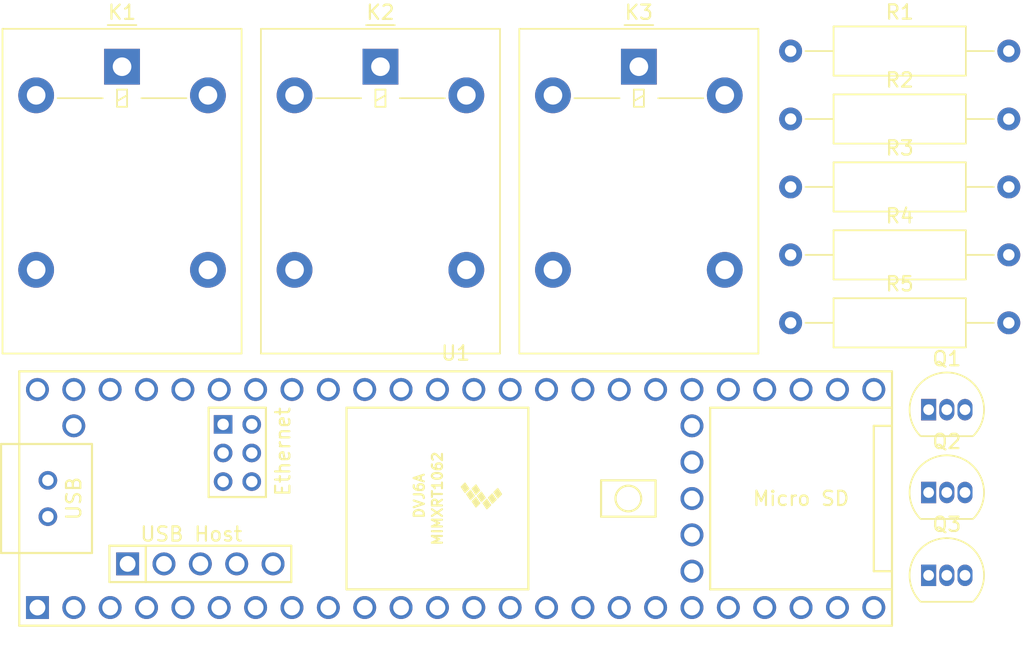
<source format=kicad_pcb>
(kicad_pcb (version 20240108) (generator "pcbnew") (generator_version "8.0")
  (layers (0 "F.Cu" signal) (31 "B.Cu" signal) (34 "B.Paste" user) (35 "F.Paste" user) (36 "B.SilkS" user "B.Silkscreen") (37 "F.SilkS" user "F.Silkscreen") (38 "B.Mask" user) (39 "F.Mask" user) (44 "Edge.Cuts" user))
  (net 0 "")
  (net 1 "GND")
  (net 2 "+5V")
  (net 3 "Net-(D1-A)")
  (net 4 "/Status_G")
  (net 6 "Net-(D2-A)")
  (net 7 "/Status_B")
  (net 9 "/Status_R")
  (net 10 "Net-(D3-A)")
  (net 12 "Net-(Q1-B)")
  (net 13 "Net-(Q2-B)")
  (net 14 "Net-(Q3-B)")
  (net 15 "Net-(U1-32_OUT1B)")
  (net 16 "Net-(U1-31_CTX3)")
  (net 17 "Net-(U1-30_CRX3)")
  (net 18 "/M1L")
  (net 19 "Net-(CB1-Pad2)")
  (net 20 "Net-(CB2-Pad2)")
  (net 22 "/RX1")
  (net 23 "/3.3V")
  (net 24 "Net-(J6-Pin_2)")
  (net 33 "/SDA2")
  (net 38 "/TX1")
  (net 47 "Net-(J6-Pin_3)")
  (net 48 "Net-(J6-Pin_4)")
  (net 55 "/D2")
  (net 56 "/D4")
  (net 65 "/SCL2")
  (net 73 "/D3")
  (net 75 "/D1")
  (footprint "teensy.pretty-master:Teensy41" (layer "F.Cu") (at 122.92 96.13)
    (property "Reference" "U1" (at 0 -10.16 0) (layer "F.SilkS"))
    (property "Value" "Teensy4.1")
    (fp_line (start -31.75 -3.81) (end -30.48 -3.81) (stroke (width 0.15)) (layer "F.SilkS"))
    (fp_line (start -31.75 3.81) (end -31.75 -3.81) (stroke (width 0.15)) (layer "F.SilkS"))
    (fp_line (start -30.48 -8.89) (end 30.48 -8.89) (stroke (width 0.15)) (layer "F.SilkS"))
    (fp_line (start -30.48 3.81) (end -31.75 3.81) (stroke (width 0.15)) (layer "F.SilkS"))
    (fp_line (start -30.48 8.89) (end -30.48 -8.89) (stroke (width 0.15)) (layer "F.SilkS"))
    (fp_line (start -25.4 -3.81) (end -30.48 -3.81) (stroke (width 0.15)) (layer "F.SilkS"))
    (fp_line (start -25.4 3.81) (end -30.48 3.81) (stroke (width 0.15)) (layer "F.SilkS"))
    (fp_line (start -25.4 3.81) (end -25.4 -3.81) (stroke (width 0.15)) (layer "F.SilkS"))
    (fp_line (start -24.1808 3.2992) (end -21.6408 3.2992) (stroke (width 0.15)) (layer "F.SilkS"))
    (fp_line (start -24.1808 3.2992) (end -11.4808 3.2992) (stroke (width 0.15)) (layer "F.SilkS"))
    (fp_line (start -24.1808 5.8392) (end -24.1808 3.2992) (stroke (width 0.15)) (layer "F.SilkS"))
    (fp_line (start -21.6408 3.2992) (end -21.6408 5.8392) (stroke (width 0.15)) (layer "F.SilkS"))
    (fp_line (start -17.25 -6.3516) (end -17.25 -6.1016) (stroke (width 0.15)) (layer "F.SilkS"))
    (fp_line (start -17.25 -6.1016) (end -17.25 -0.1016) (stroke (width 0.15)) (layer "F.SilkS"))
    (fp_line (start -17.25 -0.1016) (end -13.25 -0.1016) (stroke (width 0.15)) (layer "F.SilkS"))
    (fp_line (start -13.25 -6.3516) (end -17.25 -6.3516) (stroke (width 0.15)) (layer "F.SilkS"))
    (fp_line (start -13.25 -0.1016) (end -13.25 -6.3516) (stroke (width 0.15)) (layer "F.SilkS"))
    (fp_line (start -11.4808 3.2992) (end -11.4808 5.8392) (stroke (width 0.15)) (layer "F.SilkS"))
    (fp_line (start -11.4808 5.8392) (end -24.1808 5.8392) (stroke (width 0.15)) (layer "F.SilkS"))
    (fp_line (start -7.62 -6.35) (end -7.62 6.35) (stroke (width 0.15)) (layer "F.SilkS"))
    (fp_line (start -7.62 6.35) (end 5.08 6.35) (stroke (width 0.15)) (layer "F.SilkS"))
    (fp_line (start 5.08 -6.35) (end -7.62 -6.35) (stroke (width 0.15)) (layer "F.SilkS"))
    (fp_line (start 5.08 6.35) (end 5.08 -6.35) (stroke (width 0.15)) (layer "F.SilkS"))
    (fp_line (start 10.16 -1.27) (end 13.97 -1.27) (stroke (width 0.15)) (layer "F.SilkS"))
    (fp_line (start 10.16 1.27) (end 10.16 -1.27) (stroke (width 0.15)) (layer "F.SilkS"))
    (fp_line (start 13.97 -1.27) (end 13.97 1.27) (stroke (width 0.15)) (layer "F.SilkS"))
    (fp_line (start 13.97 1.27) (end 10.16 1.27) (stroke (width 0.15)) (layer "F.SilkS"))
    (fp_line (start 17.78 -6.35) (end 17.78 6.35) (stroke (width 0.15)) (layer "F.SilkS"))
    (fp_line (start 17.78 6.35) (end 30.48 6.35) (stroke (width 0.15)) (layer "F.SilkS"))
    (fp_line (start 29.21 -5.08) (end 29.21 5.08) (stroke (width 0.15)) (layer "F.SilkS"))
    (fp_line (start 29.21 5.08) (end 30.48 5.08) (stroke (width 0.15)) (layer "F.SilkS"))
    (fp_line (start 30.48 -8.89) (end 30.48 8.89) (stroke (width 0.15)) (layer "F.SilkS"))
    (fp_line (start 30.48 -6.35) (end 17.78 -6.35) (stroke (width 0.15)) (layer "F.SilkS"))
    (fp_line (start 30.48 -5.08) (end 29.21 -5.08) (stroke (width 0.15)) (layer "F.SilkS"))
    (fp_line (start 30.48 8.89) (end -30.48 8.89) (stroke (width 0.15)) (layer "F.SilkS"))
    (fp_circle (center 12.065 0) (end 12.7 -0.635) (stroke (width 0.15)) (fill none) (layer "F.SilkS"))
    (fp_poly (pts (xy 0.911 -0.688) (xy 0.657 -0.434) (xy 0.403 -0.815) (xy 0.657 -1.069)) (stroke (width 0.1)) (fill solid) (layer "F.SilkS"))
    (fp_poly (pts (xy 1.292 -0.18) (xy 1.038 0.074) (xy 0.784 -0.307) (xy 1.038 -0.561)) (stroke (width 0.1)) (fill solid) (layer "F.SilkS"))
    (fp_poly (pts (xy 1.673 -0.561) (xy 1.419 -0.307) (xy 1.165 -0.688) (xy 1.419 -0.942)) (stroke (width 0.1)) (fill solid) (layer "F.SilkS"))
    (fp_poly (pts (xy 1.673 0.328) (xy 1.419 0.582) (xy 1.165 0.201) (xy 1.419 -0.053)) (stroke (width 0.1)) (fill solid) (layer "F.SilkS"))
    (fp_poly (pts (xy 2.054 -0.053) (xy 1.8 0.201) (xy 1.546 -0.18) (xy 1.8 -0.434)) (stroke (width 0.1)) (fill solid) (layer "F.SilkS"))
    (fp_poly (pts (xy 2.435 0.455) (xy 2.181 0.709) (xy 1.927 0.328) (xy 2.181 0.074)) (stroke (width 0.1)) (fill solid) (layer "F.SilkS"))
    (fp_poly (pts (xy 2.816 0.074) (xy 2.562 0.328) (xy 2.308 -0.053) (xy 2.562 -0.307)) (stroke (width 0.1)) (fill solid) (layer "F.SilkS"))
    (fp_poly (pts (xy 3.197 -0.307) (xy 2.943 -0.053) (xy 2.689 -0.434) (xy 2.943 -0.688)) (stroke (width 0.1)) (fill solid) (layer "F.SilkS"))
    (fp_text user "MIMXRT1062" (at -1.27 0 -90) (layer "F.SilkS") (effects (font (size 0.7 0.7))))
    (fp_text user "USB" (at -26.67 0 -90) (layer "F.SilkS"))
    (fp_text user "USB Host" (at -18.4658 2.4892 0) (layer "F.SilkS"))
    (fp_text user "Ethernet" (at -12.065 -3.2766 90) (layer "F.SilkS"))
    (fp_text user "DVJ6A" (at -2.54 -0.18 -90) (layer "F.SilkS") (effects (font (size 0.7 0.7))))
    (fp_text user "Micro SD" (at 24.13 0 0) (layer "F.SilkS"))
    (pad "1" thru_hole rect (at -29.21 7.62) (size 1.6 1.6) (drill 1.1) (layers "*.Cu" "*.Mask") (net 1 "GND"))
    (pad "2" thru_hole circle (at -26.67 7.62) (size 1.6 1.6) (drill 1.1) (layers "*.Cu" "*.Mask") (net 22 "/RX1"))
    (pad "3" thru_hole circle (at -24.13 7.62) (size 1.6 1.6) (drill 1.1) (layers "*.Cu" "*.Mask") (net 38 "/TX1"))
    (pad "4" thru_hole circle (at -21.59 7.62) (size 1.6 1.6) (drill 1.1) (layers "*.Cu" "*.Mask"))
    (pad "5" thru_hole circle (at -19.05 7.62) (size 1.6 1.6) (drill 1.1) (layers "*.Cu" "*.Mask"))
    (pad "6" thru_hole circle (at -16.51 7.62) (size 1.6 1.6) (drill 1.1) (layers "*.Cu" "*.Mask"))
    (pad "7" thru_hole circle (at -13.97 7.62) (size 1.6 1.6) (drill 1.1) (layers "*.Cu" "*.Mask"))
    (pad "8" thru_hole circle (at -11.43 7.62) (size 1.6 1.6) (drill 1.1) (layers "*.Cu" "*.Mask"))
    (pad "9" thru_hole circle (at -8.89 7.62) (size 1.6 1.6) (drill 1.1) (layers "*.Cu" "*.Mask"))
    (pad "10" thru_hole circle (at -6.35 7.62) (size 1.6 1.6) (drill 1.1) (layers "*.Cu" "*.Mask"))
    (pad "11" thru_hole circle (at -3.81 7.62) (size 1.6 1.6) (drill 1.1) (layers "*.Cu" "*.Mask"))
    (pad "12" thru_hole circle (at -1.27 7.62) (size 1.6 1.6) (drill 1.1) (layers "*.Cu" "*.Mask"))
    (pad "13" thru_hole circle (at 1.27 7.62) (size 1.6 1.6) (drill 1.1) (layers "*.Cu" "*.Mask"))
    (pad "14" thru_hole circle (at 3.81 7.62) (size 1.6 1.6) (drill 1.1) (layers "*.Cu" "*.Mask"))
    (pad "15" thru_hole circle (at 6.35 7.62) (size 1.6 1.6) (drill 1.1) (layers "*.Cu" "*.Mask") (net 23 "/3.3V"))
    (pad "16" thru_hole circle (at 8.89 7.62) (size 1.6 1.6) (drill 1.1) (layers "*.Cu" "*.Mask") (net 65 "/SCL2"))
    (pad "17" thru_hole circle (at 11.43 7.62) (size 1.6 1.6) (drill 1.1) (layers "*.Cu" "*.Mask") (net 33 "/SDA2"))
    (pad "18" thru_hole circle (at 13.97 7.62) (size 1.6 1.6) (drill 1.1) (layers "*.Cu" "*.Mask"))
    (pad "19" thru_hole circle (at 16.51 7.62) (size 1.6 1.6) (drill 1.1) (layers "*.Cu" "*.Mask"))
    (pad "20" thru_hole circle (at 19.05 7.62) (size 1.6 1.6) (drill 1.1) (layers "*.Cu" "*.Mask"))
    (pad "21" thru_hole circle (at 21.59 7.62) (size 1.6 1.6) (drill 1.1) (layers "*.Cu" "*.Mask"))
    (pad "22" thru_hole circle (at 24.13 7.62) (size 1.6 1.6) (drill 1.1) (layers "*.Cu" "*.Mask") (net 17 "Net-(U1-30_CRX3)"))
    (pad "23" thru_hole circle (at 26.67 7.62) (size 1.6 1.6) (drill 1.1) (layers "*.Cu" "*.Mask") (net 16 "Net-(U1-31_CTX3)"))
    (pad "24" thru_hole circle (at 29.21 7.62) (size 1.6 1.6) (drill 1.1) (layers "*.Cu" "*.Mask") (net 15 "Net-(U1-32_OUT1B)"))
    (pad "25" thru_hole circle (at 29.21 -7.62) (size 1.6 1.6) (drill 1.1) (layers "*.Cu" "*.Mask"))
    (pad "26" thru_hole circle (at 26.67 -7.62) (size 1.6 1.6) (drill 1.1) (layers "*.Cu" "*.Mask"))
    (pad "27" thru_hole circle (at 24.13 -7.62) (size 1.6 1.6) (drill 1.1) (layers "*.Cu" "*.Mask"))
    (pad "28" thru_hole circle (at 21.59 -7.62) (size 1.6 1.6) (drill 1.1) (layers "*.Cu" "*.Mask"))
    (pad "29" thru_hole circle (at 19.05 -7.62) (size 1.6 1.6) (drill 1.1) (layers "*.Cu" "*.Mask"))
    (pad "30" thru_hole circle (at 16.51 -7.62) (size 1.6 1.6) (drill 1.1) (layers "*.Cu" "*.Mask") (net 56 "/D4"))
    (pad "31" thru_hole circle (at 13.97 -7.62) (size 1.6 1.6) (drill 1.1) (layers "*.Cu" "*.Mask") (net 73 "/D3"))
    (pad "32" thru_hole circle (at 11.43 -7.62) (size 1.6 1.6) (drill 1.1) (layers "*.Cu" "*.Mask") (net 55 "/D2"))
    (pad "33" thru_hole circle (at 8.89 -7.62) (size 1.6 1.6) (drill 1.1) (layers "*.Cu" "*.Mask") (net 75 "/D1"))
    (pad "34" thru_hole circle (at 6.35 -7.62) (size 1.6 1.6) (drill 1.1) (layers "*.Cu" "*.Mask"))
    (pad "35" thru_hole circle (at 3.81 -7.62) (size 1.6 1.6) (drill 1.1) (layers "*.Cu" "*.Mask"))
    (pad "36" thru_hole circle (at 1.27 -7.62) (size 1.6 1.6) (drill 1.1) (layers "*.Cu" "*.Mask"))
    (pad "37" thru_hole circle (at -1.27 -7.62) (size 1.6 1.6) (drill 1.1) (layers "*.Cu" "*.Mask"))
    (pad "38" thru_hole circle (at -3.81 -7.62) (size 1.6 1.6) (drill 1.1) (layers "*.Cu" "*.Mask"))
    (pad "39" thru_hole circle (at -6.35 -7.62) (size 1.6 1.6) (drill 1.1) (layers "*.Cu" "*.Mask"))
    (pad "40" thru_hole circle (at -8.89 -7.62) (size 1.6 1.6) (drill 1.1) (layers "*.Cu" "*.Mask"))
    (pad "41" thru_hole circle (at -11.43 -7.62) (size 1.6 1.6) (drill 1.1) (layers "*.Cu" "*.Mask"))
    (pad "42" thru_hole circle (at -13.97 -7.62) (size 1.6 1.6) (drill 1.1) (layers "*.Cu" "*.Mask"))
    (pad "43" thru_hole circle (at -16.51 -7.62) (size 1.6 1.6) (drill 1.1) (layers "*.Cu" "*.Mask"))
    (pad "44" thru_hole circle (at -19.05 -7.62) (size 1.6 1.6) (drill 1.1) (layers "*.Cu" "*.Mask") (net 48 "Net-(J6-Pin_4)"))
    (pad "45" thru_hole circle (at -21.59 -7.62) (size 1.6 1.6) (drill 1.1) (layers "*.Cu" "*.Mask") (net 47 "Net-(J6-Pin_3)"))
    (pad "46" thru_hole circle (at -24.13 -7.62) (size 1.6 1.6) (drill 1.1) (layers "*.Cu" "*.Mask") (net 24 "Net-(J6-Pin_2)"))
    (pad "47" thru_hole circle (at -26.67 -7.62) (size 1.6 1.6) (drill 1.1) (layers "*.Cu" "*.Mask") (net 1 "GND"))
    (pad "48" thru_hole circle (at -29.21 -7.62) (size 1.6 1.6) (drill 1.1) (layers "*.Cu" "*.Mask") (net 2 "+5V"))
    (pad "49" thru_hole circle (at -26.67 -5.08) (size 1.6 1.6) (drill 1.1) (layers "*.Cu" "*.Mask"))
    (pad "50" thru_hole circle (at 16.51 5.08) (size 1.6 1.6) (drill 1.1) (layers "*.Cu" "*.Mask"))
    (pad "51" thru_hole circle (at 16.51 2.54) (size 1.6 1.6) (drill 1.1) (layers "*.Cu" "*.Mask"))
    (pad "52" thru_hole circle (at 16.51 0) (size 1.6 1.6) (drill 1.1) (layers "*.Cu" "*.Mask"))
    (pad "53" thru_hole circle (at 16.51 -2.54) (size 1.6 1.6) (drill 1.1) (layers "*.Cu" "*.Mask"))
    (pad "54" thru_hole circle (at 16.51 -5.08) (size 1.6 1.6) (drill 1.1) (layers "*.Cu" "*.Mask"))
    (pad "55" thru_hole rect (at -22.9108 4.5692) (size 1.6 1.6) (drill 1.1) (layers "*.Cu" "*.Mask"))
    (pad "56" thru_hole circle (at -20.3708 4.5692) (size 1.6 1.6) (drill 1.1) (layers "*.Cu" "*.Mask"))
    (pad "57" thru_hole circle (at -17.8308 4.5692) (size 1.6 1.6) (drill 1.1) (layers "*.Cu" "*.Mask"))
    (pad "58" thru_hole circle (at -15.2908 4.5692) (size 1.6 1.6) (drill 1.1) (layers "*.Cu" "*.Mask"))
    (pad "59" thru_hole circle (at -12.7508 4.5692) (size 1.6 1.6) (drill 1.1) (layers "*.Cu" "*.Mask"))
    (pad "60" thru_hole rect (at -16.24 -5.1816) (size 1.3 1.3) (drill 0.8) (layers "*.Cu" "*.Mask"))
    (pad "61" thru_hole circle (at -16.24 -3.1816) (size 1.3 1.3) (drill 0.8) (layers "*.Cu" "*.Mask"))
    (pad "62" thru_hole circle (at -16.24 -1.1816) (size 1.3 1.3) (drill 0.8) (layers "*.Cu" "*.Mask"))
    (pad "63" thru_hole circle (at -14.24 -1.1816) (size 1.3 1.3) (drill 0.8) (layers "*.Cu" "*.Mask"))
    (pad "64" thru_hole circle (at -14.24 -3.1816) (size 1.3 1.3) (drill 0.8) (layers "*.Cu" "*.Mask"))
    (pad "65" thru_hole circle (at -14.24 -5.1816) (size 1.3 1.3) (drill 0.8) (layers "*.Cu" "*.Mask"))
    (pad "66" thru_hole circle (at -28.48 -1.27) (size 1.3 1.3) (drill 0.8) (layers "*.Cu" "*.Mask"))
    (pad "67" thru_hole circle (at -28.48 1.27) (size 1.3 1.3) (drill 0.8) (layers "*.Cu" "*.Mask"))
  )
  (footprint "Resistor_THT:R_Axial_DIN0309_L9.0mm_D3.2mm_P15.24mm_Horizontal" (layer "F.Cu") (at 146.32 79.1)
    (property "Reference" "R4" (at 7.62 -2.72 0) (layer "F.SilkS"))
    (property "Value" "100 Ohm")
    (fp_line (start 1.04 0) (end 3 0) (stroke (width 0.12)) (layer "F.SilkS"))
    (fp_line (start 3 -1.72) (end 3 1.72) (stroke (width 0.12)) (layer "F.SilkS"))
    (fp_line (start 3 1.72) (end 12.24 1.72) (stroke (width 0.12)) (layer "F.SilkS"))
    (fp_line (start 12.24 -1.72) (end 3 -1.72) (stroke (width 0.12)) (layer "F.SilkS"))
    (fp_line (start 12.24 1.72) (end 12.24 -1.72) (stroke (width 0.12)) (layer "F.SilkS"))
    (fp_line (start 14.2 0) (end 12.24 0) (stroke (width 0.12)) (layer "F.SilkS"))
    (pad "1" thru_hole circle (at 0 0) (size 1.6 1.6) (drill 0.8) (layers "*.Cu" "*.Mask") (net 19 "Net-(CB1-Pad2)"))
    (pad "2" thru_hole oval (at 15.24 0) (size 1.6 1.6) (drill 0.8) (layers "*.Cu" "*.Mask") (net 18 "/M1L"))
  )
  (footprint "Resistor_THT:R_Axial_DIN0309_L9.0mm_D3.2mm_P15.24mm_Horizontal" (layer "F.Cu") (at 146.32 74.35)
    (property "Reference" "R3" (at 7.62 -2.72 0) (layer "F.SilkS"))
    (property "Value" "100 Ohm")
    (fp_line (start 1.04 0) (end 3 0) (stroke (width 0.12)) (layer "F.SilkS"))
    (fp_line (start 3 -1.72) (end 3 1.72) (stroke (width 0.12)) (layer "F.SilkS"))
    (fp_line (start 3 1.72) (end 12.24 1.72) (stroke (width 0.12)) (layer "F.SilkS"))
    (fp_line (start 12.24 -1.72) (end 3 -1.72) (stroke (width 0.12)) (layer "F.SilkS"))
    (fp_line (start 12.24 1.72) (end 12.24 -1.72) (stroke (width 0.12)) (layer "F.SilkS"))
    (fp_line (start 14.2 0) (end 12.24 0) (stroke (width 0.12)) (layer "F.SilkS"))
    (pad "1" thru_hole circle (at 0 0) (size 1.6 1.6) (drill 0.8) (layers "*.Cu" "*.Mask") (net 17 "Net-(U1-30_CRX3)"))
    (pad "2" thru_hole oval (at 15.24 0) (size 1.6 1.6) (drill 0.8) (layers "*.Cu" "*.Mask") (net 14 "Net-(Q3-B)"))
  )
  (footprint "Relay_THT:Relay_SPDT_Omron-G5LE-1" (layer "F.Cu") (at 135.72 65.945)
    (property "Reference" "K3" (at 0 -3.8 0) (layer "F.SilkS"))
    (property "Value" "G5LE-1")
    (fp_line (start -8.35 -2.65) (end -8.35 20.05) (stroke (width 0.12)) (layer "F.SilkS"))
    (fp_line (start -8.35 20.05) (end 8.35 20.05) (stroke (width 0.12)) (layer "F.SilkS"))
    (fp_line (start -4.5 2.2) (end -1.35 2.2) (stroke (width 0.12)) (layer "F.SilkS"))
    (fp_line (start -1 -2.91) (end 1 -2.91) (stroke (width 0.12)) (layer "F.SilkS"))
    (fp_line (start -0.35 1.6) (end -0.35 2.8) (stroke (width 0.12)) (layer "F.SilkS"))
    (fp_line (start -0.35 2.4) (end 0.35 2) (stroke (width 0.12)) (layer "F.SilkS"))
    (fp_line (start -0.35 2.8) (end 0.35 2.8) (stroke (width 0.12)) (layer "F.SilkS"))
    (fp_line (start 0.35 1.6) (end -0.35 1.6) (stroke (width 0.12)) (layer "F.SilkS"))
    (fp_line (start 0.35 2.8) (end 0.35 1.6) (stroke (width 0.12)) (layer "F.SilkS"))
    (fp_line (start 1.35 2.2) (end 4.5 2.2) (stroke (width 0.12)) (layer "F.SilkS"))
    (fp_line (start 8.35 -2.65) (end -8.35 -2.65) (stroke (width 0.12)) (layer "F.SilkS"))
    (fp_line (start 8.35 20.05) (end 8.35 -2.65) (stroke (width 0.12)) (layer "F.SilkS"))
    (pad "1" thru_hole rect (at 0 0) (size 2.5 2.5) (drill 1.3) (layers "*.Cu" "*.Mask") (net 1 "GND"))
    (pad "2" thru_hole oval (at -6 2) (size 2.5 2.5) (drill 1.3) (layers "*.Cu" "*.Mask") (net 2 "+5V"))
    (pad "3" thru_hole oval (at -6 14.2) (size 2.5 2.5) (drill 1.3) (layers "*.Cu" "*.Mask") (net 9 "/Status_R"))
    (pad "4" thru_hole oval (at 6 14.2) (size 2.5 2.5) (drill 1.3) (layers "*.Cu" "*.Mask"))
    (pad "5" thru_hole oval (at 6 2) (size 2.5 2.5) (drill 1.3) (layers "*.Cu" "*.Mask") (net 10 "Net-(D3-A)"))
  )
  (footprint "Relay_THT:Relay_SPDT_Omron-G5LE-1" (layer "F.Cu") (at 117.67 65.945)
    (property "Reference" "K2" (at 0 -3.8 0) (layer "F.SilkS"))
    (property "Value" "G5LE-1")
    (fp_line (start -8.35 -2.65) (end -8.35 20.05) (stroke (width 0.12)) (layer "F.SilkS"))
    (fp_line (start -8.35 20.05) (end 8.35 20.05) (stroke (width 0.12)) (layer "F.SilkS"))
    (fp_line (start -4.5 2.2) (end -1.35 2.2) (stroke (width 0.12)) (layer "F.SilkS"))
    (fp_line (start -1 -2.91) (end 1 -2.91) (stroke (width 0.12)) (layer "F.SilkS"))
    (fp_line (start -0.35 1.6) (end -0.35 2.8) (stroke (width 0.12)) (layer "F.SilkS"))
    (fp_line (start -0.35 2.4) (end 0.35 2) (stroke (width 0.12)) (layer "F.SilkS"))
    (fp_line (start -0.35 2.8) (end 0.35 2.8) (stroke (width 0.12)) (layer "F.SilkS"))
    (fp_line (start 0.35 1.6) (end -0.35 1.6) (stroke (width 0.12)) (layer "F.SilkS"))
    (fp_line (start 0.35 2.8) (end 0.35 1.6) (stroke (width 0.12)) (layer "F.SilkS"))
    (fp_line (start 1.35 2.2) (end 4.5 2.2) (stroke (width 0.12)) (layer "F.SilkS"))
    (fp_line (start 8.35 -2.65) (end -8.35 -2.65) (stroke (width 0.12)) (layer "F.SilkS"))
    (fp_line (start 8.35 20.05) (end 8.35 -2.65) (stroke (width 0.12)) (layer "F.SilkS"))
    (pad "1" thru_hole rect (at 0 0) (size 2.5 2.5) (drill 1.3) (layers "*.Cu" "*.Mask") (net 1 "GND"))
    (pad "2" thru_hole oval (at -6 2) (size 2.5 2.5) (drill 1.3) (layers "*.Cu" "*.Mask") (net 2 "+5V"))
    (pad "3" thru_hole oval (at -6 14.2) (size 2.5 2.5) (drill 1.3) (layers "*.Cu" "*.Mask") (net 7 "/Status_B"))
    (pad "4" thru_hole oval (at 6 14.2) (size 2.5 2.5) (drill 1.3) (layers "*.Cu" "*.Mask"))
    (pad "5" thru_hole oval (at 6 2) (size 2.5 2.5) (drill 1.3) (layers "*.Cu" "*.Mask") (net 6 "Net-(D2-A)"))
  )
  (footprint "Package_TO_SOT_THT:TO-92_Inline" (layer "F.Cu") (at 155.96 101.5)
    (property "Reference" "Q3" (at 1.27 -3.56 0) (layer "F.SilkS"))
    (property "Value" "2N3904")
    (fp_line (start -0.53 1.85) (end 3.07 1.85) (stroke (width 0.12)) (layer "F.SilkS"))
    (fp_arc (start -0.568478 1.838478) (mid -1.132087 -0.994977) (end 1.27 -2.6) (stroke (width 0.12)) (layer "F.SilkS"))
    (fp_arc (start 1.27 -2.6) (mid 3.672087 -0.994977) (end 3.108478 1.838478) (stroke (width 0.12)) (layer "F.SilkS"))
    (pad "1" thru_hole rect (at 0 0) (size 1.05 1.5) (drill 0.75) (layers "*.Cu" "*.Mask") (net 1 "GND"))
    (pad "2" thru_hole oval (at 1.27 0) (size 1.05 1.5) (drill 0.75) (layers "*.Cu" "*.Mask") (net 14 "Net-(Q3-B)"))
    (pad "3" thru_hole oval (at 2.54 0) (size 1.05 1.5) (drill 0.75) (layers "*.Cu" "*.Mask") (net 10 "Net-(D3-A)"))
  )
  (footprint "Resistor_THT:R_Axial_DIN0309_L9.0mm_D3.2mm_P15.24mm_Horizontal" (layer "F.Cu") (at 146.32 64.85)
    (property "Reference" "R1" (at 7.62 -2.72 0) (layer "F.SilkS"))
    (property "Value" "100 Ohm")
    (fp_line (start 1.04 0) (end 3 0) (stroke (width 0.12)) (layer "F.SilkS"))
    (fp_line (start 3 -1.72) (end 3 1.72) (stroke (width 0.12)) (layer "F.SilkS"))
    (fp_line (start 3 1.72) (end 12.24 1.72) (stroke (width 0.12)) (layer "F.SilkS"))
    (fp_line (start 12.24 -1.72) (end 3 -1.72) (stroke (width 0.12)) (layer "F.SilkS"))
    (fp_line (start 12.24 1.72) (end 12.24 -1.72) (stroke (width 0.12)) (layer "F.SilkS"))
    (fp_line (start 14.2 0) (end 12.24 0) (stroke (width 0.12)) (layer "F.SilkS"))
    (pad "1" thru_hole circle (at 0 0) (size 1.6 1.6) (drill 0.8) (layers "*.Cu" "*.Mask") (net 15 "Net-(U1-32_OUT1B)"))
    (pad "2" thru_hole oval (at 15.24 0) (size 1.6 1.6) (drill 0.8) (layers "*.Cu" "*.Mask") (net 13 "Net-(Q2-B)"))
  )
  (footprint "Package_TO_SOT_THT:TO-92_Inline" (layer "F.Cu") (at 155.96 89.92)
    (property "Reference" "Q1" (at 1.27 -3.56 0) (layer "F.SilkS"))
    (property "Value" "2N3904")
    (fp_line (start -0.53 1.85) (end 3.07 1.85) (stroke (width 0.12)) (layer "F.SilkS"))
    (fp_arc (start -0.568478 1.838478) (mid -1.132087 -0.994977) (end 1.27 -2.6) (stroke (width 0.12)) (layer "F.SilkS"))
    (fp_arc (start 1.27 -2.6) (mid 3.672087 -0.994977) (end 3.108478 1.838478) (stroke (width 0.12)) (layer "F.SilkS"))
    (pad "1" thru_hole rect (at 0 0) (size 1.05 1.5) (drill 0.75) (layers "*.Cu" "*.Mask") (net 1 "GND"))
    (pad "2" thru_hole oval (at 1.27 0) (size 1.05 1.5) (drill 0.75) (layers "*.Cu" "*.Mask") (net 12 "Net-(Q1-B)"))
    (pad "3" thru_hole oval (at 2.54 0) (size 1.05 1.5) (drill 0.75) (layers "*.Cu" "*.Mask") (net 6 "Net-(D2-A)"))
  )
  (footprint "Resistor_THT:R_Axial_DIN0309_L9.0mm_D3.2mm_P15.24mm_Horizontal" (layer "F.Cu") (at 146.32 69.6)
    (property "Reference" "R2" (at 7.62 -2.72 0) (layer "F.SilkS"))
    (property "Value" "100 Ohm")
    (fp_line (start 1.04 0) (end 3 0) (stroke (width 0.12)) (layer "F.SilkS"))
    (fp_line (start 3 -1.72) (end 3 1.72) (stroke (width 0.12)) (layer "F.SilkS"))
    (fp_line (start 3 1.72) (end 12.24 1.72) (stroke (width 0.12)) (layer "F.SilkS"))
    (fp_line (start 12.24 -1.72) (end 3 -1.72) (stroke (width 0.12)) (layer "F.SilkS"))
    (fp_line (start 12.24 1.72) (end 12.24 -1.72) (stroke (width 0.12)) (layer "F.SilkS"))
    (fp_line (start 14.2 0) (end 12.24 0) (stroke (width 0.12)) (layer "F.SilkS"))
    (pad "1" thru_hole circle (at 0 0) (size 1.6 1.6) (drill 0.8) (layers "*.Cu" "*.Mask") (net 16 "Net-(U1-31_CTX3)"))
    (pad "2" thru_hole oval (at 15.24 0) (size 1.6 1.6) (drill 0.8) (layers "*.Cu" "*.Mask") (net 12 "Net-(Q1-B)"))
  )
  (footprint "Resistor_THT:R_Axial_DIN0309_L9.0mm_D3.2mm_P15.24mm_Horizontal" (layer "F.Cu") (at 146.32 83.85)
    (property "Reference" "R5" (at 7.62 -2.72 0) (layer "F.SilkS"))
    (property "Value" "100 Ohm")
    (fp_line (start 1.04 0) (end 3 0) (stroke (width 0.12)) (layer "F.SilkS"))
    (fp_line (start 3 -1.72) (end 3 1.72) (stroke (width 0.12)) (layer "F.SilkS"))
    (fp_line (start 3 1.72) (end 12.24 1.72) (stroke (width 0.12)) (layer "F.SilkS"))
    (fp_line (start 12.24 -1.72) (end 3 -1.72) (stroke (width 0.12)) (layer "F.SilkS"))
    (fp_line (start 12.24 1.72) (end 12.24 -1.72) (stroke (width 0.12)) (layer "F.SilkS"))
    (fp_line (start 14.2 0) (end 12.24 0) (stroke (width 0.12)) (layer "F.SilkS"))
    (pad "1" thru_hole circle (at 0 0) (size 1.6 1.6) (drill 0.8) (layers "*.Cu" "*.Mask") (net 18 "/M1L"))
    (pad "2" thru_hole oval (at 15.24 0) (size 1.6 1.6) (drill 0.8) (layers "*.Cu" "*.Mask") (net 20 "Net-(CB2-Pad2)"))
  )
  (footprint "Relay_THT:Relay_SPDT_Omron-G5LE-1" (layer "F.Cu") (at 99.62 65.945)
    (property "Reference" "K1" (at 0 -3.8 0) (layer "F.SilkS"))
    (property "Value" "G5LE-1")
    (fp_line (start -8.35 -2.65) (end -8.35 20.05) (stroke (width 0.12)) (layer "F.SilkS"))
    (fp_line (start -8.35 20.05) (end 8.35 20.05) (stroke (width 0.12)) (layer "F.SilkS"))
    (fp_line (start -4.5 2.2) (end -1.35 2.2) (stroke (width 0.12)) (layer "F.SilkS"))
    (fp_line (start -1 -2.91) (end 1 -2.91) (stroke (width 0.12)) (layer "F.SilkS"))
    (fp_line (start -0.35 1.6) (end -0.35 2.8) (stroke (width 0.12)) (layer "F.SilkS"))
    (fp_line (start -0.35 2.4) (end 0.35 2) (stroke (width 0.12)) (layer "F.SilkS"))
    (fp_line (start -0.35 2.8) (end 0.35 2.8) (stroke (width 0.12)) (layer "F.SilkS"))
    (fp_line (start 0.35 1.6) (end -0.35 1.6) (stroke (width 0.12)) (layer "F.SilkS"))
    (fp_line (start 0.35 2.8) (end 0.35 1.6) (stroke (width 0.12)) (layer "F.SilkS"))
    (fp_line (start 1.35 2.2) (end 4.5 2.2) (stroke (width 0.12)) (layer "F.SilkS"))
    (fp_line (start 8.35 -2.65) (end -8.35 -2.65) (stroke (width 0.12)) (layer "F.SilkS"))
    (fp_line (start 8.35 20.05) (end 8.35 -2.65) (stroke (width 0.12)) (layer "F.SilkS"))
    (pad "1" thru_hole rect (at 0 0) (size 2.5 2.5) (drill 1.3) (layers "*.Cu" "*.Mask") (net 1 "GND"))
    (pad "2" thru_hole oval (at -6 2) (size 2.5 2.5) (drill 1.3) (layers "*.Cu" "*.Mask") (net 2 "+5V"))
    (pad "3" thru_hole oval (at -6 14.2) (size 2.5 2.5) (drill 1.3) (layers "*.Cu" "*.Mask") (net 4 "/Status_G"))
    (pad "4" thru_hole oval (at 6 14.2) (size 2.5 2.5) (drill 1.3) (layers "*.Cu" "*.Mask"))
    (pad "5" thru_hole oval (at 6 2) (size 2.5 2.5) (drill 1.3) (layers "*.Cu" "*.Mask") (net 3 "Net-(D1-A)"))
  )
  (footprint "Package_TO_SOT_THT:TO-92_Inline" (layer "F.Cu") (at 155.96 95.71)
    (property "Reference" "Q2" (at 1.27 -3.56 0) (layer "F.SilkS"))
    (property "Value" "2N3904")
    (fp_line (start -0.53 1.85) (end 3.07 1.85) (stroke (width 0.12)) (layer "F.SilkS"))
    (fp_arc (start -0.568478 1.838478) (mid -1.132087 -0.994977) (end 1.27 -2.6) (stroke (width 0.12)) (layer "F.SilkS"))
    (fp_arc (start 1.27 -2.6) (mid 3.672087 -0.994977) (end 3.108478 1.838478) (stroke (width 0.12)) (layer "F.SilkS"))
    (pad "1" thru_hole rect (at 0 0) (size 1.05 1.5) (drill 0.75) (layers "*.Cu" "*.Mask") (net 1 "GND"))
    (pad "2" thru_hole oval (at 1.27 0) (size 1.05 1.5) (drill 0.75) (layers "*.Cu" "*.Mask") (net 13 "Net-(Q2-B)"))
    (pad "3" thru_hole oval (at 2.54 0) (size 1.05 1.5) (drill 0.75) (layers "*.Cu" "*.Mask") (net 3 "Net-(D1-A)"))
  )
)
</source>
